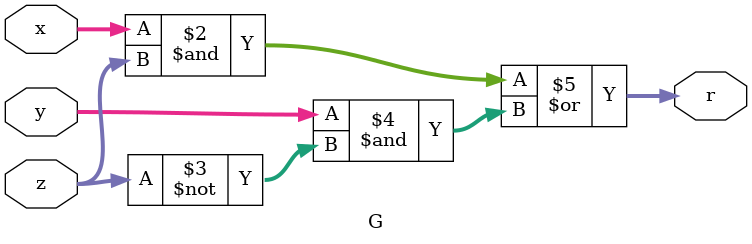
<source format=v>
module G (
    input [31:0]x,
    input [31:0]y,
    input [31:0]z,
    output reg [31:0]r
);
always@(*) begin
    r = (x & z) | (y & (~z));
end
endmodule
</source>
